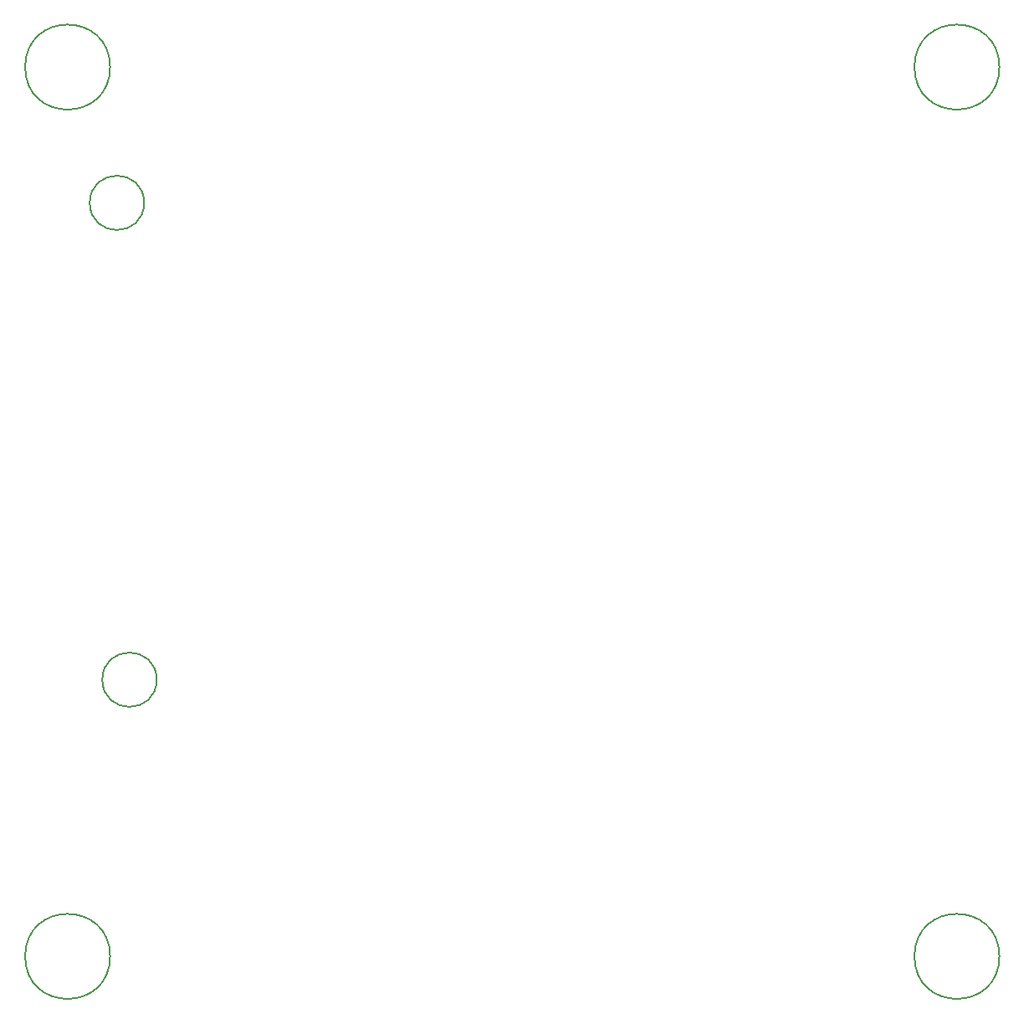
<source format=gbr>
G04 #@! TF.GenerationSoftware,KiCad,Pcbnew,(5.1.2)-1*
G04 #@! TF.CreationDate,2019-06-26T13:36:35-07:00*
G04 #@! TF.ProjectId,FIFO_P,4649464f-5f50-42e6-9b69-6361645f7063,rev?*
G04 #@! TF.SameCoordinates,Original*
G04 #@! TF.FileFunction,Other,Comment*
%FSLAX46Y46*%
G04 Gerber Fmt 4.6, Leading zero omitted, Abs format (unit mm)*
G04 Created by KiCad (PCBNEW (5.1.2)-1) date 2019-06-26 13:36:35*
%MOMM*%
%LPD*%
G04 APERTURE LIST*
%ADD10C,0.150000*%
G04 APERTURE END LIST*
D10*
X63510000Y-116500000D02*
G75*
G03X63510000Y-116500000I-2750000J0D01*
G01*
X62240000Y-68240000D02*
G75*
G03X62240000Y-68240000I-2750000J0D01*
G01*
X148800000Y-54500000D02*
G75*
G03X148800000Y-54500000I-4300000J0D01*
G01*
X148800000Y-144500000D02*
G75*
G03X148800000Y-144500000I-4300000J0D01*
G01*
X58800000Y-144500000D02*
G75*
G03X58800000Y-144500000I-4300000J0D01*
G01*
X58800000Y-54500000D02*
G75*
G03X58800000Y-54500000I-4300000J0D01*
G01*
M02*

</source>
